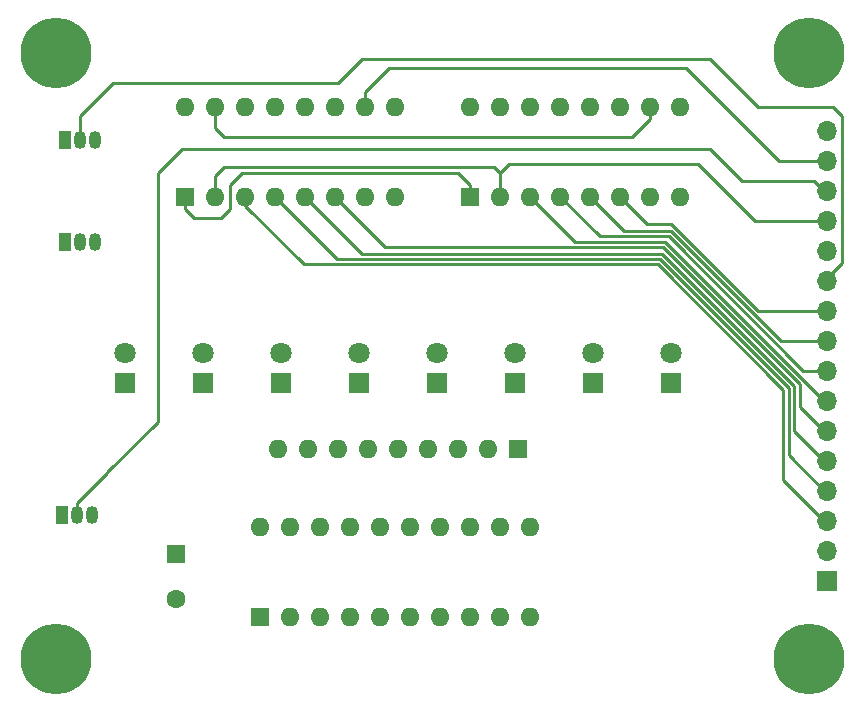
<source format=gbr>
%TF.GenerationSoftware,KiCad,Pcbnew,(5.1.10-1-10_14)*%
%TF.CreationDate,2021-07-27T09:10:43-04:00*%
%TF.ProjectId,COUNTER,434f554e-5445-4522-9e6b-696361645f70,rev?*%
%TF.SameCoordinates,Original*%
%TF.FileFunction,Copper,L2,Inr*%
%TF.FilePolarity,Positive*%
%FSLAX46Y46*%
G04 Gerber Fmt 4.6, Leading zero omitted, Abs format (unit mm)*
G04 Created by KiCad (PCBNEW (5.1.10-1-10_14)) date 2021-07-27 09:10:43*
%MOMM*%
%LPD*%
G01*
G04 APERTURE LIST*
%TA.AperFunction,ComponentPad*%
%ADD10R,1.700000X1.700000*%
%TD*%
%TA.AperFunction,ComponentPad*%
%ADD11O,1.700000X1.700000*%
%TD*%
%TA.AperFunction,ComponentPad*%
%ADD12C,1.600000*%
%TD*%
%TA.AperFunction,ComponentPad*%
%ADD13R,1.600000X1.600000*%
%TD*%
%TA.AperFunction,ComponentPad*%
%ADD14R,1.050000X1.500000*%
%TD*%
%TA.AperFunction,ComponentPad*%
%ADD15O,1.050000X1.500000*%
%TD*%
%TA.AperFunction,ComponentPad*%
%ADD16O,1.600000X1.600000*%
%TD*%
%TA.AperFunction,ComponentPad*%
%ADD17C,1.800000*%
%TD*%
%TA.AperFunction,ComponentPad*%
%ADD18R,1.800000X1.800000*%
%TD*%
%TA.AperFunction,ComponentPad*%
%ADD19C,0.800000*%
%TD*%
%TA.AperFunction,ComponentPad*%
%ADD20C,6.000000*%
%TD*%
%TA.AperFunction,Conductor*%
%ADD21C,0.250000*%
%TD*%
G04 APERTURE END LIST*
D10*
%TO.N,VCC*%
%TO.C,J22*%
X148145500Y-74104500D03*
D11*
%TO.N,GND*%
X148145500Y-71564500D03*
%TO.N,BUS_00*%
X148145500Y-69024500D03*
%TO.N,BUS_01*%
X148145500Y-66484500D03*
%TO.N,BUS_02*%
X148145500Y-63944500D03*
%TO.N,BUS_03*%
X148145500Y-61404500D03*
%TO.N,BUS_04*%
X148145500Y-58864500D03*
%TO.N,BUS_05*%
X148145500Y-56324500D03*
%TO.N,BUS_06*%
X148145500Y-53784500D03*
%TO.N,BUS_07*%
X148145500Y-51244500D03*
%TO.N,JUMP*%
X148145500Y-48704500D03*
%TO.N,RESET*%
X148145500Y-46164500D03*
%TO.N,CLOCK*%
X148145500Y-43624500D03*
%TO.N,OE*%
X148145500Y-41084500D03*
%TO.N,CE*%
X148145500Y-38544500D03*
%TO.N,CARRY_OUT*%
X148145500Y-36004500D03*
%TD*%
D12*
%TO.N,GND*%
%TO.C,C10*%
X93027500Y-75618500D03*
D13*
%TO.N,VCC*%
X93027500Y-71818500D03*
%TD*%
D14*
%TO.N,GND*%
%TO.C,Q3*%
X83629500Y-45402500D03*
D15*
%TO.N,!RESET*%
X86169500Y-45402500D03*
%TO.N,RESET*%
X84899500Y-45402500D03*
%TD*%
D14*
%TO.N,GND*%
%TO.C,Q2*%
X83375500Y-68516500D03*
D15*
%TO.N,!OE*%
X85915500Y-68516500D03*
%TO.N,OE*%
X84645500Y-68516500D03*
%TD*%
D14*
%TO.N,GND*%
%TO.C,Q1*%
X83629500Y-36766500D03*
D15*
%TO.N,!JUMP*%
X86169500Y-36766500D03*
%TO.N,JUMP*%
X84899500Y-36766500D03*
%TD*%
D16*
%TO.N,Net-(D1-Pad1)*%
%TO.C,RN1*%
X101663500Y-62928500D03*
%TO.N,Net-(D2-Pad1)*%
X104203500Y-62928500D03*
%TO.N,Net-(D3-Pad1)*%
X106743500Y-62928500D03*
%TO.N,Net-(D4-Pad1)*%
X109283500Y-62928500D03*
%TO.N,Net-(D5-Pad1)*%
X111823500Y-62928500D03*
%TO.N,Net-(D6-Pad1)*%
X114363500Y-62928500D03*
%TO.N,Net-(D7-Pad1)*%
X116903500Y-62928500D03*
%TO.N,Net-(D8-Pad1)*%
X119443500Y-62928500D03*
D13*
%TO.N,GND*%
X121983500Y-62928500D03*
%TD*%
D17*
%TO.N,B7*%
%TO.C,D8*%
X134937500Y-54800500D03*
D18*
%TO.N,Net-(D8-Pad1)*%
X134937500Y-57340500D03*
%TD*%
D17*
%TO.N,B6*%
%TO.C,D7*%
X128333500Y-54800500D03*
D18*
%TO.N,Net-(D7-Pad1)*%
X128333500Y-57340500D03*
%TD*%
D17*
%TO.N,B5*%
%TO.C,D6*%
X121729500Y-54800500D03*
D18*
%TO.N,Net-(D6-Pad1)*%
X121729500Y-57340500D03*
%TD*%
D17*
%TO.N,B4*%
%TO.C,D5*%
X115125500Y-54800500D03*
D18*
%TO.N,Net-(D5-Pad1)*%
X115125500Y-57340500D03*
%TD*%
D17*
%TO.N,B3*%
%TO.C,D4*%
X108521500Y-54800500D03*
D18*
%TO.N,Net-(D4-Pad1)*%
X108521500Y-57340500D03*
%TD*%
D17*
%TO.N,B2*%
%TO.C,D3*%
X101917500Y-54800500D03*
D18*
%TO.N,Net-(D3-Pad1)*%
X101917500Y-57340500D03*
%TD*%
D17*
%TO.N,B1*%
%TO.C,D2*%
X95313500Y-54800500D03*
D18*
%TO.N,Net-(D2-Pad1)*%
X95313500Y-57340500D03*
%TD*%
D17*
%TO.N,B0*%
%TO.C,D1*%
X88709500Y-54800500D03*
D18*
%TO.N,Net-(D1-Pad1)*%
X88709500Y-57340500D03*
%TD*%
D19*
%TO.N,N/C*%
%TO.C,REF\u002A\u002A*%
X84458490Y-79117510D03*
X82867500Y-78458500D03*
X81276510Y-79117510D03*
X80617500Y-80708500D03*
X81276510Y-82299490D03*
X82867500Y-82958500D03*
X84458490Y-82299490D03*
X85117500Y-80708500D03*
D20*
X82867500Y-80708500D03*
%TD*%
%TO.N,N/C*%
%TO.C,REF\u002A\u002A*%
X82867500Y-29400500D03*
D19*
X85117500Y-29400500D03*
X84458490Y-30991490D03*
X82867500Y-31650500D03*
X81276510Y-30991490D03*
X80617500Y-29400500D03*
X81276510Y-27809510D03*
X82867500Y-27150500D03*
X84458490Y-27809510D03*
%TD*%
D20*
%TO.N,N/C*%
%TO.C,REF\u002A\u002A*%
X146621500Y-80708500D03*
D19*
X148871500Y-80708500D03*
X148212490Y-82299490D03*
X146621500Y-82958500D03*
X145030510Y-82299490D03*
X144371500Y-80708500D03*
X145030510Y-79117510D03*
X146621500Y-78458500D03*
X148212490Y-79117510D03*
%TD*%
%TO.N,N/C*%
%TO.C,REF\u002A\u002A*%
X148212490Y-27809510D03*
X146621500Y-27150500D03*
X145030510Y-27809510D03*
X144371500Y-29400500D03*
X145030510Y-30991490D03*
X146621500Y-31650500D03*
X148212490Y-30991490D03*
X148871500Y-29400500D03*
D20*
X146621500Y-29400500D03*
%TD*%
D16*
%TO.N,VCC*%
%TO.C,U14*%
X93789500Y-33972500D03*
%TO.N,GND*%
X111569500Y-41592500D03*
%TO.N,Net-(U12-Pad10)*%
X96329500Y-33972500D03*
%TO.N,CE*%
X109029500Y-41592500D03*
%TO.N,B0*%
X98869500Y-33972500D03*
%TO.N,BUS_03*%
X106489500Y-41592500D03*
%TO.N,B1*%
X101409500Y-33972500D03*
%TO.N,BUS_02*%
X103949500Y-41592500D03*
%TO.N,B2*%
X103949500Y-33972500D03*
%TO.N,BUS_01*%
X101409500Y-41592500D03*
%TO.N,B3*%
X106489500Y-33972500D03*
%TO.N,BUS_00*%
X98869500Y-41592500D03*
%TO.N,CE*%
X109029500Y-33972500D03*
%TO.N,CLOCK*%
X96329500Y-41592500D03*
%TO.N,!JUMP*%
X111569500Y-33972500D03*
D13*
%TO.N,!RESET*%
X93789500Y-41592500D03*
%TD*%
D16*
%TO.N,VCC*%
%TO.C,U47*%
X100139500Y-69532500D03*
%TO.N,GND*%
X122999500Y-77152500D03*
%TO.N,!OE*%
X102679500Y-69532500D03*
%TO.N,BUS_00*%
X120459500Y-77152500D03*
%TO.N,B0*%
X105219500Y-69532500D03*
%TO.N,BUS_01*%
X117919500Y-77152500D03*
%TO.N,B1*%
X107759500Y-69532500D03*
%TO.N,BUS_02*%
X115379500Y-77152500D03*
%TO.N,B2*%
X110299500Y-69532500D03*
%TO.N,BUS_03*%
X112839500Y-77152500D03*
%TO.N,B3*%
X112839500Y-69532500D03*
%TO.N,BUS_04*%
X110299500Y-77152500D03*
%TO.N,B4*%
X115379500Y-69532500D03*
%TO.N,BUS_05*%
X107759500Y-77152500D03*
%TO.N,B5*%
X117919500Y-69532500D03*
%TO.N,BUS_06*%
X105219500Y-77152500D03*
%TO.N,B6*%
X120459500Y-69532500D03*
%TO.N,BUS_07*%
X102679500Y-77152500D03*
%TO.N,B7*%
X122999500Y-69532500D03*
D13*
%TO.N,GND*%
X100139500Y-77152500D03*
%TD*%
D16*
%TO.N,VCC*%
%TO.C,U12*%
X117919500Y-33972500D03*
%TO.N,GND*%
X135699500Y-41592500D03*
%TO.N,CARRY_OUT*%
X120459500Y-33972500D03*
%TO.N,VCC*%
X133159500Y-41592500D03*
%TO.N,B4*%
X122999500Y-33972500D03*
%TO.N,BUS_07*%
X130619500Y-41592500D03*
%TO.N,B5*%
X125539500Y-33972500D03*
%TO.N,BUS_06*%
X128079500Y-41592500D03*
%TO.N,B6*%
X128079500Y-33972500D03*
%TO.N,BUS_05*%
X125539500Y-41592500D03*
%TO.N,B7*%
X130619500Y-33972500D03*
%TO.N,BUS_04*%
X122999500Y-41592500D03*
%TO.N,Net-(U12-Pad10)*%
X133159500Y-33972500D03*
%TO.N,CLOCK*%
X120459500Y-41592500D03*
%TO.N,!JUMP*%
X135699500Y-33972500D03*
D13*
%TO.N,!RESET*%
X117919500Y-41592500D03*
%TD*%
D21*
%TO.N,CE*%
X147891500Y-38544500D02*
X144081500Y-38544500D01*
X144081500Y-38544500D02*
X136207500Y-30670500D01*
X136207500Y-30670500D02*
X111061500Y-30670500D01*
X109029500Y-32702500D02*
X109029500Y-33972500D01*
X111061500Y-30670500D02*
X109029500Y-32702500D01*
%TO.N,OE*%
X84645500Y-67516500D02*
X84645500Y-68516500D01*
X91503500Y-60642500D02*
X87201500Y-64944500D01*
X87201500Y-64960500D02*
X84645500Y-67516500D01*
X91503500Y-39560500D02*
X91503500Y-60642500D01*
X93535500Y-37528500D02*
X91503500Y-39560500D01*
X138239500Y-37528500D02*
X93535500Y-37528500D01*
X147041501Y-40234501D02*
X140945501Y-40234501D01*
X140945501Y-40234501D02*
X138239500Y-37528500D01*
X87201500Y-64944500D02*
X87201500Y-64960500D01*
X147891500Y-41084500D02*
X147041501Y-40234501D01*
%TO.N,CLOCK*%
X147891500Y-43624500D02*
X142049500Y-43624500D01*
X142049500Y-43624500D02*
X137223500Y-38798500D01*
X137223500Y-38798500D02*
X121221500Y-38798500D01*
X120459500Y-39560500D02*
X120459500Y-41592500D01*
X121221500Y-38798500D02*
X120459500Y-39560500D01*
X120459500Y-39560500D02*
X119951500Y-39052500D01*
X119951500Y-39052500D02*
X97091500Y-39052500D01*
X96329500Y-39814500D02*
X96329500Y-41592500D01*
X97091500Y-39052500D02*
X96329500Y-39814500D01*
%TO.N,!RESET*%
X93789500Y-41592500D02*
X93789500Y-42608500D01*
X93789500Y-42608500D02*
X94551500Y-43370500D01*
X94551500Y-43370500D02*
X96837500Y-43370500D01*
X96837500Y-43370500D02*
X97599500Y-42608500D01*
X97599500Y-42608500D02*
X97599500Y-40576500D01*
X97599500Y-40576500D02*
X98615500Y-39560500D01*
X98615500Y-39560500D02*
X116903500Y-39560500D01*
X117919500Y-40576500D02*
X117919500Y-41592500D01*
X116903500Y-39560500D02*
X117919500Y-40576500D01*
%TO.N,JUMP*%
X147891500Y-48704500D02*
X149415500Y-47180500D01*
X149415500Y-47180500D02*
X149415500Y-34734500D01*
X149415500Y-34734500D02*
X148653500Y-33972500D01*
X148653500Y-33972500D02*
X142303500Y-33972500D01*
X142303500Y-33972500D02*
X138239500Y-29908500D01*
X138239500Y-29908500D02*
X108775500Y-29908500D01*
X108775500Y-29908500D02*
X106743500Y-31940500D01*
X106743500Y-31940500D02*
X87693500Y-31940500D01*
X84899500Y-34734500D02*
X84899500Y-36766500D01*
X87693500Y-31940500D02*
X84899500Y-34734500D01*
%TO.N,Net-(U12-Pad10)*%
X96329500Y-33972500D02*
X96329500Y-35750500D01*
X96329500Y-35750500D02*
X97091500Y-36512500D01*
X97091500Y-36512500D02*
X131635500Y-36512500D01*
X133159500Y-34988500D02*
X133159500Y-33972500D01*
X131635500Y-36512500D02*
X133159500Y-34988500D01*
%TO.N,BUS_07*%
X134937500Y-43878500D02*
X132905500Y-43878500D01*
X142303500Y-51244500D02*
X134937500Y-43878500D01*
X132905500Y-43878500D02*
X130619500Y-41592500D01*
X147891500Y-51244500D02*
X142303500Y-51244500D01*
%TO.N,BUS_06*%
X144207090Y-53784500D02*
X134925068Y-44502478D01*
X147891500Y-53784500D02*
X144207090Y-53784500D01*
X134925068Y-44502478D02*
X130989478Y-44502478D01*
X130989478Y-44502478D02*
X128079500Y-41592500D01*
%TO.N,BUS_05*%
X147891500Y-56324500D02*
X146110678Y-56324500D01*
X134738667Y-44952489D02*
X128899489Y-44952489D01*
X146110678Y-56324500D02*
X134738667Y-44952489D01*
X128899489Y-44952489D02*
X125539500Y-41592500D01*
%TO.N,BUS_04*%
X126809500Y-45402500D02*
X122999500Y-41592500D01*
X147891500Y-58864500D02*
X134429500Y-45402500D01*
X134429500Y-45402500D02*
X126809500Y-45402500D01*
%TO.N,BUS_03*%
X147891500Y-61404500D02*
X145859500Y-59372500D01*
X145859500Y-59372500D02*
X145859500Y-57468910D01*
X110749510Y-45852510D02*
X106489500Y-41592500D01*
X134243100Y-45852510D02*
X110749510Y-45852510D01*
X145859500Y-57468910D02*
X134243100Y-45852510D01*
%TO.N,BUS_02*%
X147891500Y-63944500D02*
X145351500Y-61404500D01*
X145351500Y-61404500D02*
X145351500Y-57597320D01*
X145351500Y-57597320D02*
X134172680Y-46418500D01*
X108775500Y-46418500D02*
X103949500Y-41592500D01*
X134172680Y-46418500D02*
X108775500Y-46418500D01*
%TO.N,BUS_01*%
X147891500Y-66484500D02*
X144901490Y-63494490D01*
X144901490Y-63494490D02*
X144901490Y-57783720D01*
X106685510Y-46868510D02*
X101409500Y-41592500D01*
X133986280Y-46868510D02*
X106685510Y-46868510D01*
X144901490Y-57783720D02*
X133986280Y-46868510D01*
%TO.N,BUS_00*%
X147891500Y-69024500D02*
X144451480Y-65584480D01*
X144451480Y-65584480D02*
X144451480Y-57970120D01*
X133799880Y-47318520D02*
X103833520Y-47318520D01*
X144451480Y-57970120D02*
X133799880Y-47318520D01*
X98869500Y-42354500D02*
X98869500Y-41592500D01*
X103833520Y-47318520D02*
X98869500Y-42354500D01*
%TD*%
M02*

</source>
